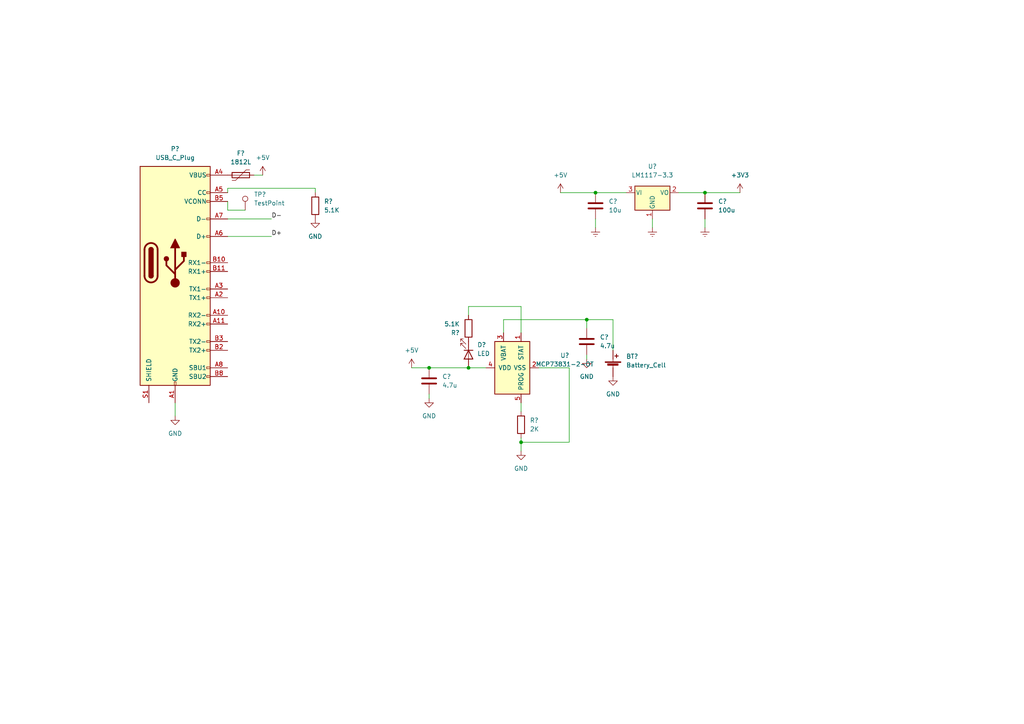
<source format=kicad_sch>
(kicad_sch (version 20211123) (generator eeschema)
  (paper "A4")
  (lib_symbols
    (symbol "Battery_Management:MCP73831-2-OT" (pin_names (offset 1.016))
      (property "Reference" "U" (at -7.62 6.35 0))
      (property "Value" "MCP73831-2-OT" (at 1.27 6.35 0))
      (symbol "MCP73831-2-OT_0_1"
        (rectangle (start -7.62 5.08) (end 7.62 -5.08) (stroke (width 0.254)) (fill (type background)))
      )
      (symbol "MCP73831-2-OT_1_1"
        (pin output line (at 10.16 -2.54 180) (length 2.54) (name "STAT") (number "1"))
        (pin power_in line (at 0 -7.62 90) (length 2.54) (name "VSS") (number "2"))
        (pin power_out line (at 10.16 2.54 180) (length 2.54) (name "VBAT") (number "3"))
        (pin power_in line (at 0 7.62 270) (length 2.54) (name "VDD") (number "4"))
        (pin input line (at -10.16 -2.54 0) (length 2.54) (name "PROG") (number "5"))
      )
    )
    (symbol "Connector:TestPoint" (pin_numbers hide) (pin_names (offset 0.762) hide)
      (property "Reference" "TP" (at 0 6.858 0))
      (property "Value" "TestPoint" (at 0 5.08 0))
      (symbol "TestPoint_0_1"
        (circle (center 0 3.302) (radius 0.762))
      )
      (symbol "TestPoint_1_1"
        (pin passive line (at 0 0 90) (length 2.54) (name "1") (number "1"))
      )
    )
    (symbol "Connector:USB_C_Plug" (pin_names (offset 1.016))
      (property "Reference" "P" (at -10.16 29.21 0))
      (property "Value" "USB_C_Plug" (at 10.16 29.21 0))
      (symbol "USB_C_Plug_0_0"
        (rectangle (start -0.254 -35.56) (end 0.254 -34.544))
        (rectangle (start 10.16 -32.766) (end 9.144 -33.274))
        (rectangle (start 10.16 -30.226) (end 9.144 -30.734))
        (rectangle (start 10.16 -25.146) (end 9.144 -25.654))
        (rectangle (start 10.16 -22.606) (end 9.144 -23.114))
        (rectangle (start 10.16 -17.526) (end 9.144 -18.034))
        (rectangle (start 10.16 -14.986) (end 9.144 -15.494))
        (rectangle (start 10.16 -9.906) (end 9.144 -10.414))
        (rectangle (start 10.16 -7.366) (end 9.144 -7.874))
        (rectangle (start 10.16 -2.286) (end 9.144 -2.794))
        (rectangle (start 10.16 0.254) (end 9.144 -0.254))
        (rectangle (start 10.16 7.874) (end 9.144 7.366))
        (rectangle (start 10.16 12.954) (end 9.144 12.446))
        (rectangle (start 10.16 18.034) (end 9.144 17.526))
        (rectangle (start 10.16 20.574) (end 9.144 20.066))
        (rectangle (start 10.16 25.654) (end 9.144 25.146))
      )
      (symbol "USB_C_Plug_0_1"
        (rectangle (start -10.16 27.94) (end 10.16 -35.56) (stroke (width 0.254)) (fill (type background)))
        (arc (start -8.89 -3.81) (mid -6.985 -5.715) (end -5.08 -3.81) (stroke (width 0.508)))
        (arc (start -7.62 -3.81) (mid -6.985 -4.445) (end -6.35 -3.81) (stroke (width 0.254)))
        (arc (start -7.62 -3.81) (mid -6.985 -4.445) (end -6.35 -3.81) (stroke (width 0.254)) (fill (type outline)))
        (rectangle (start -7.62 -3.81) (end -6.35 3.81) (stroke (width 0.254)) (fill (type outline)))
        (arc (start -6.35 3.81) (mid -6.985 4.445) (end -7.62 3.81) (stroke (width 0.254)))
        (arc (start -6.35 3.81) (mid -6.985 4.445) (end -7.62 3.81) (stroke (width 0.254)) (fill (type outline)))
        (arc (start -5.08 3.81) (mid -6.985 5.715) (end -8.89 3.81) (stroke (width 0.508)))
        (polyline (pts (xy -8.89 -3.81) (xy -8.89 3.81)) (stroke (width 0.508)))
        (polyline (pts (xy -5.08 3.81) (xy -5.08 -3.81)) (stroke (width 0.508)))
      )
      (symbol "USB_C_Plug_1_1"
        (circle (center -2.54 1.143) (radius 0.635) (stroke (width 0.254)) (fill (type outline)))
        (circle (center 0 -5.842) (radius 1.27) (fill (type outline)))
        (polyline (pts (xy 0 -5.842) (xy 0 4.318)) (stroke (width 0.508)))
        (polyline (pts (xy 0 -3.302) (xy -2.54 -0.762) (xy -2.54 0.508)) (stroke (width 0.508)))
        (polyline (pts (xy 0 -2.032) (xy 2.54 0.508) (xy 2.54 1.778)) (stroke (width 0.508)))
        (polyline (pts (xy -1.27 4.318) (xy 0 6.858) (xy 1.27 4.318) (xy -1.27 4.318)) (stroke (width 0.254)) (fill (type outline)))
        (rectangle (start 1.905 1.778) (end 3.175 3.048) (stroke (width 0.254)) (fill (type outline)))
        (pin passive line (at 0 -40.64 90) (length 5.08) (name "GND") (number "A1"))
        (pin bidirectional line (at 15.24 -15.24 180) (length 5.08) (name "RX2-") (number "A10"))
        (pin bidirectional line (at 15.24 -17.78 180) (length 5.08) (name "RX2+") (number "A11"))
        (pin passive line (at 0 -40.64 90) (length 5.08) hide (name "GND") (number "A12"))
        (pin bidirectional line (at 15.24 -10.16 180) (length 5.08) (name "TX1+") (number "A2"))
        (pin bidirectional line (at 15.24 -7.62 180) (length 5.08) (name "TX1-") (number "A3"))
        (pin passive line (at 15.24 25.4 180) (length 5.08) (name "VBUS") (number "A4"))
        (pin bidirectional line (at 15.24 20.32 180) (length 5.08) (name "CC") (number "A5"))
        (pin bidirectional line (at 15.24 7.62 180) (length 5.08) (name "D+") (number "A6"))
        (pin bidirectional line (at 15.24 12.7 180) (length 5.08) (name "D-") (number "A7"))
        (pin bidirectional line (at 15.24 -30.48 180) (length 5.08) (name "SBU1") (number "A8"))
        (pin passive line (at 15.24 25.4 180) (length 5.08) hide (name "VBUS") (number "A9"))
        (pin passive line (at 0 -40.64 90) (length 5.08) hide (name "GND") (number "B1"))
        (pin bidirectional line (at 15.24 0 180) (length 5.08) (name "RX1-") (number "B10"))
        (pin bidirectional line (at 15.24 -2.54 180) (length 5.08) (name "RX1+") (number "B11"))
        (pin passive line (at 0 -40.64 90) (length 5.08) hide (name "GND") (number "B12"))
        (pin bidirectional line (at 15.24 -25.4 180) (length 5.08) (name "TX2+") (number "B2"))
        (pin bidirectional line (at 15.24 -22.86 180) (length 5.08) (name "TX2-") (number "B3"))
        (pin passive line (at 15.24 25.4 180) (length 5.08) hide (name "VBUS") (number "B4"))
        (pin bidirectional line (at 15.24 17.78 180) (length 5.08) (name "VCONN") (number "B5"))
        (pin bidirectional line (at 15.24 -33.02 180) (length 5.08) (name "SBU2") (number "B8"))
        (pin passive line (at 15.24 25.4 180) (length 5.08) hide (name "VBUS") (number "B9"))
        (pin passive line (at -7.62 -40.64 90) (length 5.08) (name "SHIELD") (number "S1"))
      )
    )
    (symbol "Device:Battery_Cell" (pin_numbers hide) (pin_names (offset 0) hide)
      (property "Reference" "BT" (at 2.54 2.54 0))
      (property "Value" "Battery_Cell" (at 2.54 0 0))
      (symbol "Battery_Cell_0_1"
        (rectangle (start -2.286 1.778) (end 2.286 1.524) (fill (type outline)))
        (rectangle (start -1.5748 1.1938) (end 1.4732 0.6858) (fill (type outline)))
        (polyline (pts (xy 0 0.762) (xy 0 0)))
        (polyline (pts (xy 0 1.778) (xy 0 2.54)))
        (polyline (pts (xy 0.508 3.429) (xy 1.524 3.429)) (stroke (width 0.254)))
        (polyline (pts (xy 1.016 3.937) (xy 1.016 2.921)) (stroke (width 0.254)))
      )
      (symbol "Battery_Cell_1_1"
        (pin passive line (at 0 5.08 270) (length 2.54) (name "+") (number "1"))
        (pin passive line (at 0 -2.54 90) (length 2.54) (name "-") (number "2"))
      )
    )
    (symbol "Device:C" (pin_numbers hide) (pin_names (offset 0.254))
      (property "Reference" "C" (at 0.635 2.54 0))
      (property "Value" "C" (at 0.635 -2.54 0))
      (symbol "C_0_1"
        (polyline (pts (xy -2.032 -0.762) (xy 2.032 -0.762)) (stroke (width 0.508)))
        (polyline (pts (xy -2.032 0.762) (xy 2.032 0.762)) (stroke (width 0.508)))
      )
      (symbol "C_1_1"
        (pin passive line (at 0 3.81 270) (length 2.794) (name "~") (number "1"))
        (pin passive line (at 0 -3.81 90) (length 2.794) (name "~") (number "2"))
      )
    )
    (symbol "Device:LED" (pin_numbers hide) (pin_names (offset 1.016) hide)
      (property "Reference" "D" (at 0 2.54 0))
      (property "Value" "LED" (at 0 -2.54 0))
      (symbol "LED_0_1"
        (polyline (pts (xy -1.27 -1.27) (xy -1.27 1.27)) (stroke (width 0.254)))
        (polyline (pts (xy -1.27 0) (xy 1.27 0)))
        (polyline (pts (xy 1.27 -1.27) (xy 1.27 1.27) (xy -1.27 0) (xy 1.27 -1.27)) (stroke (width 0.254)))
        (polyline (pts (xy -3.048 -0.762) (xy -4.572 -2.286) (xy -3.81 -2.286) (xy -4.572 -2.286) (xy -4.572 -1.524)))
        (polyline (pts (xy -1.778 -0.762) (xy -3.302 -2.286) (xy -2.54 -2.286) (xy -3.302 -2.286) (xy -3.302 -1.524)))
      )
      (symbol "LED_1_1"
        (pin passive line (at -3.81 0 0) (length 2.54) (name "K") (number "1"))
        (pin passive line (at 3.81 0 180) (length 2.54) (name "A") (number "2"))
      )
    )
    (symbol "Device:Polyfuse" (pin_numbers hide) (pin_names (offset 0))
      (property "Reference" "F" (at -2.54 0 90))
      (property "Value" "Polyfuse" (at 2.54 0 90))
      (symbol "Polyfuse_0_1"
        (rectangle (start -0.762 2.54) (end 0.762 -2.54) (stroke (width 0.254)))
        (polyline (pts (xy 0 2.54) (xy 0 -2.54)))
        (polyline (pts (xy -1.524 2.54) (xy -1.524 1.524) (xy 1.524 -1.524) (xy 1.524 -2.54)))
      )
      (symbol "Polyfuse_1_1"
        (pin passive line (at 0 3.81 270) (length 1.27) (name "~") (number "1"))
        (pin passive line (at 0 -3.81 90) (length 1.27) (name "~") (number "2"))
      )
    )
    (symbol "Device:R" (pin_numbers hide) (pin_names (offset 0))
      (property "Reference" "R" (at 2.032 0 90))
      (property "Value" "R" (at 0 0 90))
      (symbol "R_0_1"
        (rectangle (start -1.016 -2.54) (end 1.016 2.54) (stroke (width 0.254)))
      )
      (symbol "R_1_1"
        (pin passive line (at 0 3.81 270) (length 1.27) (name "~") (number "1"))
        (pin passive line (at 0 -3.81 90) (length 1.27) (name "~") (number "2"))
      )
    )
    (symbol "Regulator_Linear:LM1117-3.3" (pin_names (offset 0.254))
      (property "Reference" "U" (at -3.81 3.175 0))
      (property "Value" "LM1117-3.3" (at 0 3.175 0))
      (symbol "LM1117-3.3_0_1"
        (rectangle (start -5.08 -5.08) (end 5.08 1.905) (stroke (width 0.254)) (fill (type background)))
      )
      (symbol "LM1117-3.3_1_1"
        (pin power_in line (at 0 -7.62 90) (length 2.54) (name "GND") (number "1"))
        (pin power_out line (at 7.62 0 180) (length 2.54) (name "VO") (number "2"))
        (pin power_in line (at -7.62 0 0) (length 2.54) (name "VI") (number "3"))
      )
    )
    (symbol "power:+3.3V" (power) (pin_names (offset 0))
      (property "Value" "+3.3V" (at 0 3.556 0))
      (symbol "+3.3V_0_1"
        (polyline (pts (xy -0.762 1.27) (xy 0 2.54)))
        (polyline (pts (xy 0 0) (xy 0 2.54)))
        (polyline (pts (xy 0 2.54) (xy 0.762 1.27)))
      )
      (symbol "+3.3V_1_1"
        (pin power_in line (at 0 0 90) (length 0) hide (name "+3V3") (number "1"))
      )
    )
    (symbol "power:+5V" (power) (pin_names (offset 0))
      (property "Value" "+5V" (at 0 3.556 0))
      (symbol "+5V_0_1"
        (polyline (pts (xy -0.762 1.27) (xy 0 2.54)))
        (polyline (pts (xy 0 0) (xy 0 2.54)))
        (polyline (pts (xy 0 2.54) (xy 0.762 1.27)))
      )
      (symbol "+5V_1_1"
        (pin power_in line (at 0 0 90) (length 0) hide (name "+5V") (number "1"))
      )
    )
    (symbol "power:Earth" (power) (pin_names (offset 0))
      (symbol "Earth_0_1"
        (polyline (pts (xy -0.635 -1.905) (xy 0.635 -1.905)))
        (polyline (pts (xy -0.127 -2.54) (xy 0.127 -2.54)))
        (polyline (pts (xy 0 -1.27) (xy 0 0)))
        (polyline (pts (xy 1.27 -1.27) (xy -1.27 -1.27)))
      )
      (symbol "Earth_1_1"
        (pin power_in line (at 0 0 270) (length 0) hide (name "Earth") (number "1"))
      )
    )
    (symbol "power:GND" (power) (pin_names (offset 0))
      (property "Value" "GND" (at 0 -3.81 0))
      (symbol "GND_0_1"
        (polyline (pts (xy 0 0) (xy 0 -1.27) (xy 1.27 -1.27) (xy 0 -2.54) (xy -1.27 -1.27) (xy 0 -1.27)))
      )
      (symbol "GND_1_1"
        (pin power_in line (at 0 0 270) (length 0) hide (name "GND") (number "1"))
      )
    )
  )
  (junction (at 204.47 55.88))
  (junction (at 172.72 55.88))
  (junction (at 151.13 128.27))
  (junction (at 170.18 92.71))
  (junction (at 124.46 106.68))
  (junction (at 135.89 106.68))
  (wire (pts (xy 165.1 106.68) (xy 165.1 128.27)))
  (wire (pts (xy 170.18 92.71) (xy 170.18 95.25)))
  (wire (pts (xy 66.04 60.96) (xy 71.12 60.96)))
  (wire (pts (xy 76.2 50.8) (xy 73.66 50.8)))
  (wire (pts (xy 119.38 106.68) (xy 124.46 106.68)))
  (wire (pts (xy 204.47 55.88) (xy 214.63 55.88)))
  (wire (pts (xy 151.13 128.27) (xy 165.1 128.27)))
  (wire (pts (xy 151.13 128.27) (xy 151.13 127)))
  (wire (pts (xy 146.05 92.71) (xy 170.18 92.71)))
  (wire (pts (xy 162.56 55.88) (xy 172.72 55.88)))
  (wire (pts (xy 50.8 116.84) (xy 50.8 120.65)))
  (wire (pts (xy 177.8 92.71) (xy 177.8 101.6)))
  (wire (pts (xy 204.47 63.5) (xy 204.47 66.04)))
  (wire (pts (xy 135.89 106.68) (xy 140.97 106.68)))
  (wire (pts (xy 66.04 54.61) (xy 66.04 55.88)))
  (wire (pts (xy 189.23 63.5) (xy 189.23 66.04)))
  (wire (pts (xy 172.72 55.88) (xy 181.61 55.88)))
  (wire (pts (xy 156.21 106.68) (xy 165.1 106.68)))
  (wire (pts (xy 170.18 92.71) (xy 177.8 92.71)))
  (wire (pts (xy 135.89 91.44) (xy 135.89 88.9)))
  (wire (pts (xy 66.04 68.58) (xy 78.74 68.58)))
  (wire (pts (xy 151.13 130.81) (xy 151.13 128.27)))
  (wire (pts (xy 66.04 58.42) (xy 66.04 60.96)))
  (wire (pts (xy 151.13 88.9) (xy 151.13 96.52)))
  (wire (pts (xy 66.04 54.61) (xy 91.44 54.61)))
  (wire (pts (xy 146.05 96.52) (xy 146.05 92.71)))
  (wire (pts (xy 124.46 114.3) (xy 124.46 115.57)))
  (wire (pts (xy 91.44 54.61) (xy 91.44 55.88)))
  (wire (pts (xy 196.85 55.88) (xy 204.47 55.88)))
  (wire (pts (xy 66.04 63.5) (xy 78.74 63.5)))
  (wire (pts (xy 151.13 119.38) (xy 151.13 116.84)))
  (wire (pts (xy 172.72 63.5) (xy 172.72 66.04)))
  (wire (pts (xy 135.89 88.9) (xy 151.13 88.9)))
  (wire (pts (xy 170.18 102.87) (xy 170.18 104.14)))
  (wire (pts (xy 124.46 106.68) (xy 135.89 106.68)))
  (label "D+" (at 78.74 68.58 0))
  (label "D-" (at 78.74 63.5 0))
  (symbol (lib_id "power:GND") (at 151.13 130.81 0) (unit 1)
    (property "Reference" "#PWR?" (effects hide))
    (property "Value" "GND" (at 151.13 135.89 0))
  )
  (symbol (lib_id "Device:R") (at 151.13 123.19 0) (unit 1)
    (property "Reference" "R?" (at 153.67 121.9199 0) (effects (justify left)))
    (property "Value" "2K" (at 153.67 124.4599 0) (effects (justify left)))
  )
  (symbol (lib_id "Battery_Management:MCP73831-2-OT") (at 148.59 106.68 90) (unit 1)
    (property "Reference" "U?" (at 163.83 103.0986 90))
    (property "Value" "MCP73831-2-OT" (at 163.83 105.6386 90))
    (property "Footprint" "Package_TO_SOT_SMD:SOT-23-5" (effects hide))
    (property "Datasheet" "http://ww1.microchip.com/downloads/en/DeviceDoc/20001984g.pdf" (effects hide))
  )
  (symbol (lib_id "Device:R") (at 91.44 59.69 0) (unit 1)
    (property "Reference" "R?" (at 93.98 58.4199 0) (effects (justify left)))
    (property "Value" "5.1K" (at 93.98 60.9599 0) (effects (justify left)))
  )
  (symbol (lib_id "power:GND") (at 50.8 120.65 0) (unit 1)
    (property "Reference" "#PWR?" (effects hide))
    (property "Value" "GND" (at 50.8 125.73 0))
  )
  (symbol (lib_id "power:GND") (at 91.44 63.5 0) (unit 1)
    (property "Reference" "#PWR?" (effects hide))
    (property "Value" "GND" (at 91.44 68.58 0))
  )
  (symbol (lib_id "Device:C") (at 170.18 99.06 0) (unit 1)
    (property "Reference" "C?" (at 173.99 97.7899 0) (effects (justify left)))
    (property "Value" "4.7u" (at 173.99 100.3299 0) (effects (justify left)))
  )
  (symbol (lib_id "power:+5V") (at 162.56 55.88 0) (unit 1)
    (property "Reference" "#PWR?" (effects hide))
    (property "Value" "+5V" (at 162.56 50.8 0))
  )
  (symbol (lib_id "Connector:USB_C_Plug") (at 50.8 76.2 0) (unit 1)
    (property "Reference" "P?" (at 50.8 43.18 0))
    (property "Value" "USB_C_Plug" (at 50.8 45.72 0))
    (property "Datasheet" "https://www.usb.org/sites/default/files/documents/usb_type-c.zip" (effects hide))
  )
  (symbol (lib_id "power:Earth") (at 172.72 66.04 0) (unit 1)
    (property "Reference" "#PWR?" (effects hide))
    (property "Value" "Earth" (effects hide))
  )
  (symbol (lib_id "Device:Polyfuse") (at 69.85 50.8 90) (unit 1)
    (property "Reference" "F?" (at 69.85 44.45 90))
    (property "Value" "1812L" (at 69.85 46.99 90))
  )
  (symbol (lib_id "Device:C") (at 204.47 59.69 0) (unit 1)
    (property "Reference" "C?" (at 208.28 58.4199 0) (effects (justify left)))
    (property "Value" "100u" (at 208.28 60.9599 0) (effects (justify left)))
  )
  (symbol (lib_id "power:GND") (at 177.8 109.22 0) (unit 1)
    (property "Reference" "#PWR?" (effects hide))
    (property "Value" "GND" (at 177.8 114.3 0))
  )
  (symbol (lib_id "power:Earth") (at 189.23 66.04 0) (unit 1)
    (property "Reference" "#PWR?" (effects hide))
    (property "Value" "Earth" (effects hide))
  )
  (symbol (lib_id "power:GND") (at 170.18 104.14 0) (unit 1)
    (property "Reference" "#PWR?" (effects hide))
    (property "Value" "GND" (at 170.18 109.22 0))
  )
  (symbol (lib_id "Device:Battery_Cell") (at 177.8 106.68 0) (unit 1)
    (property "Reference" "BT?" (at 181.61 103.3779 0) (effects (justify left)))
    (property "Value" "Battery_Cell" (at 181.61 105.9179 0) (effects (justify left)))
  )
  (symbol (lib_id "Connector:TestPoint") (at 71.12 60.96 0) (unit 1)
    (property "Reference" "TP?" (at 73.66 56.3879 0) (effects (justify left)))
    (property "Value" "TestPoint" (at 73.66 58.9279 0) (effects (justify left)))
  )
  (symbol (lib_id "power:Earth") (at 204.47 66.04 0) (unit 1)
    (property "Reference" "#PWR?" (effects hide))
    (property "Value" "Earth" (effects hide))
  )
  (symbol (lib_id "Device:LED") (at 135.89 102.87 270) (unit 1)
    (property "Reference" "D?" (at 138.43 100.0124 90) (effects (justify left)))
    (property "Value" "LED" (at 138.43 102.5524 90) (effects (justify left)))
  )
  (symbol (lib_id "Device:C") (at 124.46 110.49 0) (unit 1)
    (property "Reference" "C?" (at 128.27 109.2199 0) (effects (justify left)))
    (property "Value" "4.7u" (at 128.27 111.7599 0) (effects (justify left)))
  )
  (symbol (lib_id "power:+5V") (at 119.38 106.68 0) (unit 1)
    (property "Reference" "#PWR?" (effects hide))
    (property "Value" "+5V" (at 119.38 101.6 0))
  )
  (symbol (lib_id "power:+3.3V") (at 214.63 55.88 0) (unit 1)
    (property "Reference" "#PWR?" (effects hide))
    (property "Value" "+3.3V" (at 214.63 50.8 0))
  )
  (symbol (lib_id "Device:C") (at 172.72 59.69 0) (unit 1)
    (property "Reference" "C?" (at 176.53 58.4199 0) (effects (justify left)))
    (property "Value" "10u" (at 176.53 60.9599 0) (effects (justify left)))
  )
  (symbol (lib_id "Regulator_Linear:LM1117-3.3") (at 189.23 55.88 0) (unit 1)
    (property "Reference" "U?" (at 189.23 48.26 0))
    (property "Value" "LM1117-3.3" (at 189.23 50.8 0))
    (property "Datasheet" "http://www.ti.com/lit/ds/symlink/lm1117.pdf" (effects hide))
  )
  (symbol (lib_id "power:GND") (at 124.46 115.57 0) (unit 1)
    (property "Reference" "#PWR?" (effects hide))
    (property "Value" "GND" (at 124.46 120.65 0))
  )
  (symbol (lib_id "power:+5V") (at 76.2 50.8 0) (unit 1)
    (property "Reference" "#PWR?" (effects hide))
    (property "Value" "+5V" (at 76.2 45.72 0))
  )
  (symbol (lib_id "Device:R") (at 135.89 95.25 180) (unit 1)
    (property "Reference" "R?" (at 133.35 96.5201 0) (effects (justify left)))
    (property "Value" "5.1K" (at 133.35 93.9801 0) (effects (justify left)))
  )
)
</source>
